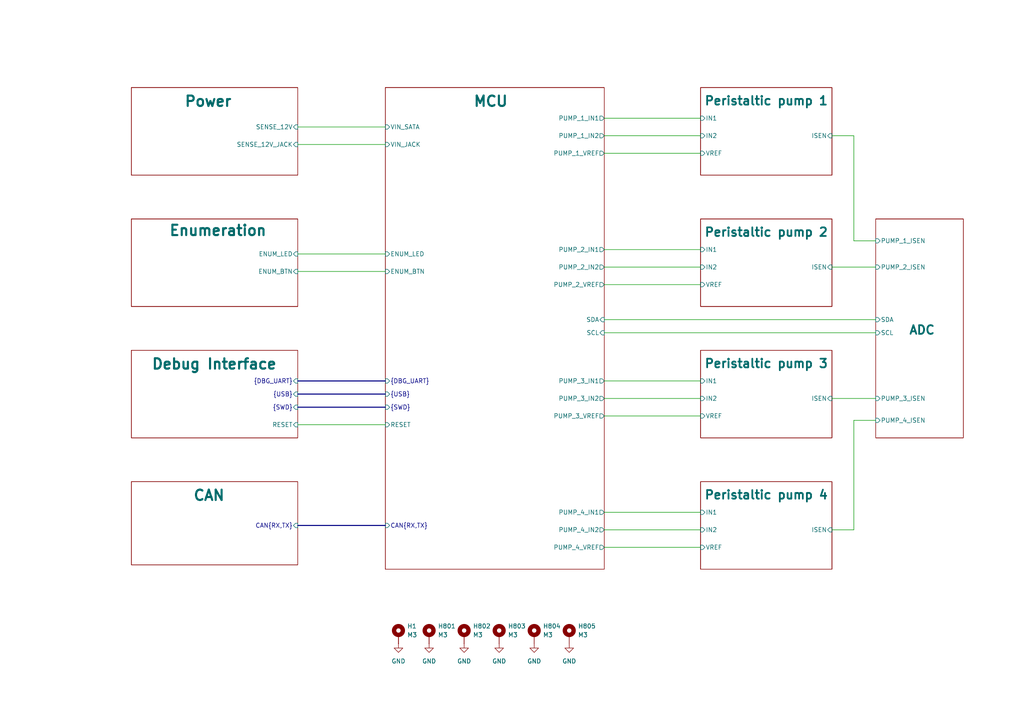
<source format=kicad_sch>
(kicad_sch (version 20250114) (generator "eeschema") (generator_version "9.0")
  (paper "A4")
  (title_block (title "Detector") (date "2024-12-03") (rev "${REVISION}") (company "${COMPANY}"))
  (lib_symbols
    (symbol "Mechanical:MountingHole_Pad" (pin_numbers (hide yes)) (pin_names (offset 1.016) (hide yes)) (exclude_from_sim yes) (in_bom no)
      (property "Reference" "H" (at 0 6.35 0))
      (property "Value" "MountingHole_Pad" (at 0 4.445 0))
      (symbol "MountingHole_Pad_0_1"
        (circle (center 0 1.27) (radius 1.27) (stroke (width 1.27)))
      )
      (symbol "MountingHole_Pad_1_1"
        (pin input line (at 0 -2.54 90) (length 2.54) (name "1") (number "1"))
      )
    )
    (symbol "power:GND" (power) (pin_numbers (hide yes)) (pin_names (offset 0) (hide yes))
      (property "Value" "GND" (at 0 -3.81 0))
      (symbol "GND_0_1"
        (polyline (pts (xy 0 0) (xy 0 -1.27) (xy 1.27 -1.27) (xy 0 -2.54) (xy -1.27 -1.27) (xy 0 -1.27)))
      )
      (symbol "GND_1_1"
        (pin power_in line (at 0 0 270) (length 0) (name "~") (number "1"))
      )
    )
  )
  (bus (pts (xy 86.36 110.49) (xy 111.76 110.49)))
  (wire (pts (xy 247.65 121.92) (xy 247.65 153.67)))
  (wire (pts (xy 175.26 44.45) (xy 203.2 44.45)))
  (wire (pts (xy 175.26 115.57) (xy 203.2 115.57)))
  (wire (pts (xy 175.26 148.59) (xy 203.2 148.59)))
  (wire (pts (xy 86.36 36.83) (xy 111.76 36.83)))
  (wire (pts (xy 86.36 123.19) (xy 111.76 123.19)))
  (wire (pts (xy 86.36 73.66) (xy 111.76 73.66)))
  (wire (pts (xy 254 69.85) (xy 247.65 69.85)))
  (wire (pts (xy 247.65 69.85) (xy 247.65 39.37)))
  (wire (pts (xy 254 121.92) (xy 247.65 121.92)))
  (wire (pts (xy 175.26 158.75) (xy 203.2 158.75)))
  (wire (pts (xy 241.3 115.57) (xy 254 115.57)))
  (wire (pts (xy 175.26 110.49) (xy 203.2 110.49)))
  (wire (pts (xy 175.26 96.52) (xy 254 96.52)))
  (bus (pts (xy 86.36 118.11) (xy 111.76 118.11)))
  (wire (pts (xy 175.26 34.29) (xy 203.2 34.29)))
  (wire (pts (xy 247.65 39.37) (xy 241.3 39.37)))
  (bus (pts (xy 86.36 114.3) (xy 111.76 114.3)))
  (wire (pts (xy 247.65 153.67) (xy 241.3 153.67)))
  (wire (pts (xy 86.36 78.74) (xy 111.76 78.74)))
  (wire (pts (xy 175.26 92.71) (xy 254 92.71)))
  (wire (pts (xy 86.36 41.91) (xy 111.76 41.91)))
  (wire (pts (xy 175.26 77.47) (xy 203.2 77.47)))
  (wire (pts (xy 175.26 39.37) (xy 203.2 39.37)))
  (wire (pts (xy 175.26 82.55) (xy 203.2 82.55)))
  (wire (pts (xy 175.26 153.67) (xy 203.2 153.67)))
  (wire (pts (xy 175.26 72.39) (xy 203.2 72.39)))
  (wire (pts (xy 241.3 77.47) (xy 254 77.47)))
  (bus (pts (xy 86.36 152.4) (xy 111.76 152.4)))
  (wire (pts (xy 175.26 120.65) (xy 203.2 120.65)))
  (symbol (lib_id "Mechanical:MountingHole_Pad") (at 165.1 184.15 0) (unit 1) (in_bom no)
    (property "Reference" "H805" (at 167.64 181.6099 0) (effects (justify left)))
    (property "Value" "M3" (at 167.64 184.1499 0) (effects (justify left)))
    (property "Footprint" "MountingHole:MountingHole_3.2mm_M3_Pad_Via" (effects (hide yes)))
    (property "Description" "Mounting Hole with connection" (effects (hide yes)))
  )
  (symbol (lib_id "power:GND") (at 154.94 186.69 0) (unit 1)
    (property "Reference" "#PWR0814" (effects (hide yes)))
    (property "Value" "GND" (at 154.94 191.77 0))
    (property "Description" "Power symbol creates a global label with name \"GND\" , ground" (effects (hide yes)))
  )
  (symbol (lib_id "Mechanical:MountingHole_Pad") (at 124.46 184.15 0) (unit 1) (in_bom no)
    (property "Reference" "H801" (at 127 181.6099 0) (effects (justify left)))
    (property "Value" "M3" (at 127 184.1499 0) (effects (justify left)))
    (property "Footprint" "MountingHole:MountingHole_3.2mm_M3_Pad_Via" (effects (hide yes)))
    (property "Description" "Mounting Hole with connection" (effects (hide yes)))
  )
  (symbol (lib_id "power:GND") (at 124.46 186.69 0) (unit 1)
    (property "Reference" "#PWR0811" (effects (hide yes)))
    (property "Value" "GND" (at 124.46 191.77 0))
    (property "Description" "Power symbol creates a global label with name \"GND\" , ground" (effects (hide yes)))
  )
  (symbol (lib_id "Mechanical:MountingHole_Pad") (at 144.78 184.15 0) (unit 1) (in_bom no)
    (property "Reference" "H803" (at 147.32 181.6099 0) (effects (justify left)))
    (property "Value" "M3" (at 147.32 184.1499 0) (effects (justify left)))
    (property "Footprint" "MountingHole:MountingHole_3.2mm_M3_Pad_Via" (effects (hide yes)))
    (property "Description" "Mounting Hole with connection" (effects (hide yes)))
  )
  (symbol (lib_id "Mechanical:MountingHole_Pad") (at 134.62 184.15 0) (unit 1) (in_bom no)
    (property "Reference" "H802" (at 137.16 181.6099 0) (effects (justify left)))
    (property "Value" "M3" (at 137.16 184.1499 0) (effects (justify left)))
    (property "Footprint" "MountingHole:MountingHole_3.2mm_M3_Pad_Via" (effects (hide yes)))
    (property "Description" "Mounting Hole with connection" (effects (hide yes)))
  )
  (symbol (lib_id "Mechanical:MountingHole_Pad") (at 115.57 184.15 0) (unit 1) (in_bom no)
    (property "Reference" "H1" (at 118.11 181.6099 0) (effects (justify left)))
    (property "Value" "M3" (at 118.11 184.1499 0) (effects (justify left)))
    (property "Footprint" "MountingHole:MountingHole_3.2mm_M3_Pad_Via" (effects (hide yes)))
    (property "Description" "Mounting Hole with connection" (effects (hide yes)))
  )
  (symbol (lib_id "power:GND") (at 165.1 186.69 0) (unit 1)
    (property "Reference" "#PWR0815" (effects (hide yes)))
    (property "Value" "GND" (at 165.1 191.77 0))
    (property "Description" "Power symbol creates a global label with name \"GND\" , ground" (effects (hide yes)))
  )
  (symbol (lib_id "power:GND") (at 115.57 186.69 0) (unit 1)
    (property "Reference" "#PWR011" (effects (hide yes)))
    (property "Value" "GND" (at 115.57 191.77 0))
    (property "Description" "Power symbol creates a global label with name \"GND\" , ground" (effects (hide yes)))
  )
  (symbol (lib_id "Mechanical:MountingHole_Pad") (at 154.94 184.15 0) (unit 1) (in_bom no)
    (property "Reference" "H804" (at 157.48 181.6099 0) (effects (justify left)))
    (property "Value" "M3" (at 157.48 184.1499 0) (effects (justify left)))
    (property "Footprint" "MountingHole:MountingHole_3.2mm_M3_Pad_Via" (effects (hide yes)))
    (property "Description" "Mounting Hole with connection" (effects (hide yes)))
  )
  (symbol (lib_id "power:GND") (at 144.78 186.69 0) (unit 1)
    (property "Reference" "#PWR0813" (effects (hide yes)))
    (property "Value" "GND" (at 144.78 191.77 0))
    (property "Description" "Power symbol creates a global label with name \"GND\" , ground" (effects (hide yes)))
  )
  (symbol (lib_id "power:GND") (at 134.62 186.69 0) (unit 1)
    (property "Reference" "#PWR0812" (effects (hide yes)))
    (property "Value" "GND" (at 134.62 191.77 0))
    (property "Description" "Power symbol creates a global label with name \"GND\" , ground" (effects (hide yes)))
  )
  (sheet (at 38.1 25.4) (size 48.26 25.4) (stroke (width 0.1524))
    (property "Sheetname" "Power" (at 53.34 31.115 0) (effects (font (size 3 3) (bold yes)) (justify left bottom)))
    (property "Sheetfile" "power.kicad_sch" (effects (hide yes)))
    (pin "SENSE_12V" input (at 86.36 36.83 0))
    (pin "SENSE_12V_JACK" input (at 86.36 41.91 0))
  )
  (sheet (at 203.2 25.4) (size 38.1 25.4) (stroke (width 0.1524))
    (property "Sheetname" "Peristaltic pump 1" (at 222.25 29.21 0) (effects (font (size 2.5 2.5) (bold yes))))
    (property "Sheetfile" "motor.kicad_sch" (effects (hide yes)))
    (pin "IN2" input (at 203.2 39.37 180))
    (pin "IN1" input (at 203.2 34.29 180))
    (pin "VREF" input (at 203.2 44.45 180))
    (pin "ISEN" input (at 241.3 39.37 0))
  )
  (sheet (at 38.1 101.6) (size 48.26 25.4) (stroke (width 0.1524))
    (property "Sheetname" "Debug Interface" (at 43.815 107.315 0) (effects (font (size 3 3) (bold yes)) (justify left bottom)))
    (property "Sheetfile" "debug.kicad_sch" (effects (hide yes)))
    (pin "{USB}" input (at 86.36 114.3 0))
    (pin "{SWD}" input (at 86.36 118.11 0))
    (pin "RESET" input (at 86.36 123.19 0))
    (pin "{DBG_UART}" input (at 86.36 110.49 0))
  )
  (sheet (at 203.2 63.5) (size 38.1 25.4) (stroke (width 0.1524))
    (property "Sheetname" "Peristaltic pump 2" (at 222.25 67.31 0) (effects (font (size 2.5 2.5) (bold yes))))
    (property "Sheetfile" "motor.kicad_sch" (effects (hide yes)))
    (pin "IN2" input (at 203.2 77.47 180))
    (pin "IN1" input (at 203.2 72.39 180))
    (pin "VREF" input (at 203.2 82.55 180))
    (pin "ISEN" input (at 241.3 77.47 0))
  )
  (sheet (at 111.76 25.4) (size 63.5 139.7) (stroke (width 0.1524))
    (property "Sheetname" "MCU" (at 137.16 31.115 0) (effects (font (size 3 3) (bold yes)) (justify left bottom)))
    (property "Sheetfile" "MCU.kicad_sch" (effects (hide yes)))
    (pin "{USB}" input (at 111.76 114.3 180))
    (pin "{SWD}" input (at 111.76 118.11 180))
    (pin "RESET" input (at 111.76 123.19 180))
    (pin "PUMP_2_IN2" output (at 175.26 77.47 0))
    (pin "PUMP_1_IN2" output (at 175.26 39.37 0))
    (pin "PUMP_4_IN1" output (at 175.26 148.59 0))
    (pin "PUMP_2_VREF" output (at 175.26 82.55 0))
    (pin "PUMP_4_IN2" output (at 175.26 153.67 0))
    (pin "CAN{RX,TX}" input (at 111.76 152.4 180))
    (pin "PUMP_1_IN1" output (at 175.26 34.29 0))
    (pin "PUMP_2_IN1" output (at 175.26 72.39 0))
    (pin "PUMP_3_IN2" output (at 175.26 115.57 0))
    (pin "VIN_JACK" input (at 111.76 41.91 180))
    (pin "PUMP_3_VREF" output (at 175.26 120.65 0))
    (pin "PUMP_1_VREF" output (at 175.26 44.45 0))
    (pin "PUMP_3_IN1" output (at 175.26 110.49 0))
    (pin "PUMP_4_VREF" output (at 175.26 158.75 0))
    (pin "VIN_SATA" input (at 111.76 36.83 180))
    (pin "ENUM_BTN" input (at 111.76 78.74 180))
    (pin "ENUM_LED" input (at 111.76 73.66 180))
    (pin "{DBG_UART}" input (at 111.76 110.49 180))
    (pin "SCL" input (at 175.26 96.52 0))
    (pin "SDA" input (at 175.26 92.71 0))
  )
  (sheet (at 203.2 139.7) (size 38.1 25.4) (stroke (width 0.1524))
    (property "Sheetname" "Peristaltic pump 4" (at 222.25 143.51 0) (effects (font (size 2.5 2.5) (bold yes))))
    (property "Sheetfile" "motor.kicad_sch" (effects (hide yes)))
    (pin "IN2" input (at 203.2 153.67 180))
    (pin "IN1" input (at 203.2 148.59 180))
    (pin "VREF" input (at 203.2 158.75 180))
    (pin "ISEN" input (at 241.3 153.67 0))
  )
  (sheet (at 203.2 101.6) (size 38.1 25.4) (stroke (width 0.1524))
    (property "Sheetname" "Peristaltic pump 3" (at 222.25 105.41 0) (effects (font (size 2.5 2.5) (bold yes))))
    (property "Sheetfile" "motor.kicad_sch" (effects (hide yes)))
    (pin "IN2" input (at 203.2 115.57 180))
    (pin "IN1" input (at 203.2 110.49 180))
    (pin "VREF" input (at 203.2 120.65 180))
    (pin "ISEN" input (at 241.3 115.57 0))
  )
  (sheet (at 254 63.5) (size 25.4 63.5) (stroke (width 0.1524))
    (property "Sheetname" "ADC" (at 263.525 97.155 0) (effects (font (size 2.5 2.5) (thickness 0.5) (bold yes)) (justify left bottom)))
    (property "Sheetfile" "adc.kicad_sch" (effects (hide yes)))
    (pin "SDA" input (at 254 92.71 180))
    (pin "PUMP_3_ISEN" input (at 254 115.57 180))
    (pin "PUMP_1_ISEN" input (at 254 69.85 180))
    (pin "PUMP_2_ISEN" input (at 254 77.47 180))
    (pin "PUMP_4_ISEN" input (at 254 121.92 180))
    (pin "SCL" input (at 254 96.52 180))
  )
  (sheet (at 38.1 63.5) (size 48.26 25.4) (stroke (width 0.1524))
    (property "Sheetname" "Enumeration" (at 48.895 68.58 0) (effects (font (size 3 3) (thickness 0.6) (bold yes)) (justify left bottom)))
    (property "Sheetfile" "enumeration.kicad_sch" (effects (hide yes)))
    (pin "ENUM_LED" input (at 86.36 73.66 0))
    (pin "ENUM_BTN" input (at 86.36 78.74 0))
  )
  (sheet (at 38.1 139.7) (size 48.26 24.13) (stroke (width 0.1524))
    (property "Sheetname" "CAN" (at 55.88 145.415 0) (effects (font (size 3 3) (bold yes)) (justify left bottom)))
    (property "Sheetfile" "can_interface.kicad_sch" (effects (hide yes)))
    (pin "CAN{RX,TX}" input (at 86.36 152.4 0))
  )
)
</source>
